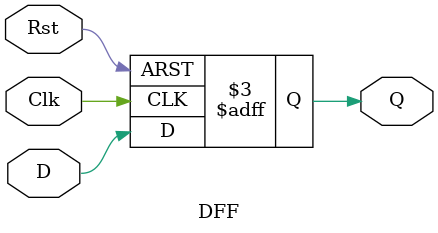
<source format=v>
`timescale 1ns / 1ps

module DFF(
    input Clk,
    input Rst,
    input D,
    output reg Q
    );

	always @(posedge Clk or negedge Rst)
		begin
			if (~Rst)
				Q=0;
				else
					Q=D;
		end
		
endmodule

</source>
